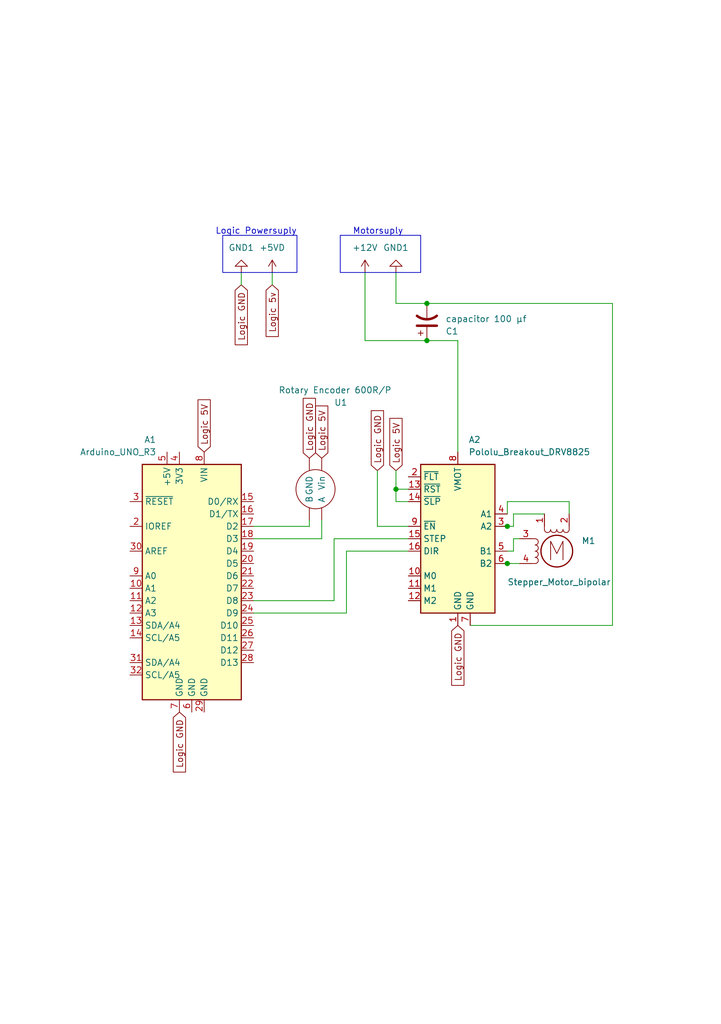
<source format=kicad_sch>
(kicad_sch (version 20230121) (generator eeschema)
  (paper "A5" portrait)
  (title_block (title "Elektrisch schema 1 as") (date "2026-01-08") (rev "2026-01-08") (company "Sens2Sea"))
  (lib_symbols
    (symbol "Device:C_Polarized_US" (pin_numbers hide) (pin_names (offset 0.254) hide)
      (property "Reference" "C" (at 0.635 2.54 0))
      (property "Value" "C_Polarized_US" (at 0.635 -2.54 0))
      (symbol "C_Polarized_US_0_1"
        (polyline (pts (xy -2.032 0.762) (xy 2.032 0.762)) (stroke (width 0.508)))
        (polyline (pts (xy -1.778 2.286) (xy -0.762 2.286)))
        (polyline (pts (xy -1.27 1.778) (xy -1.27 2.794)))
        (arc (start 2.032 -1.27) (mid 0 -0.5572) (end -2.032 -1.27) (stroke (width 0.508)))
      )
      (symbol "C_Polarized_US_1_1"
        (pin passive line (at 0 3.81 270) (length 2.794) (name "~") (number "1"))
        (pin passive line (at 0 -3.81 90) (length 3.302) (name "~") (number "2"))
      )
    )
    (symbol "Driver_Motor:Pololu_Breakout_DRV8825"
      (property "Reference" "A" (at -2.54 16.51 0))
      (property "Value" "Pololu_Breakout_DRV8825" (at -2.54 13.97 0))
      (symbol "Pololu_Breakout_DRV8825_0_1"
        (rectangle (start 7.62 -17.78) (end -7.62 12.7) (stroke (width 0.254)) (fill (type background)))
      )
      (symbol "Pololu_Breakout_DRV8825_1_1"
        (pin power_in line (at 0 -20.32 90) (length 2.54) (name "GND") (number "1"))
        (pin input line (at -10.16 -10.16 0) (length 2.54) (name "M0") (number "10"))
        (pin input line (at -10.16 -12.7 0) (length 2.54) (name "M1") (number "11"))
        (pin input line (at -10.16 -15.24 0) (length 2.54) (name "M2") (number "12"))
        (pin input line (at -10.16 7.62 0) (length 2.54) (name "~{RST}") (number "13"))
        (pin input line (at -10.16 5.08 0) (length 2.54) (name "~{SLP}") (number "14"))
        (pin input line (at -10.16 -2.54 0) (length 2.54) (name "STEP") (number "15"))
        (pin input line (at -10.16 -5.08 0) (length 2.54) (name "DIR") (number "16"))
        (pin output line (at -10.16 10.16 0) (length 2.54) (name "~{FLT}") (number "2"))
        (pin output line (at 10.16 0 180) (length 2.54) (name "A2") (number "3"))
        (pin output line (at 10.16 2.54 180) (length 2.54) (name "A1") (number "4"))
        (pin output line (at 10.16 -5.08 180) (length 2.54) (name "B1") (number "5"))
        (pin output line (at 10.16 -7.62 180) (length 2.54) (name "B2") (number "6"))
        (pin power_in line (at 2.54 -20.32 90) (length 2.54) (name "GND") (number "7"))
        (pin power_in line (at 0 15.24 270) (length 2.54) (name "VMOT") (number "8"))
        (pin input line (at -10.16 0 0) (length 2.54) (name "~{EN}") (number "9"))
      )
    )
    (symbol "MCU_Module:Arduino_UNO_R3"
      (property "Reference" "A" (at -10.16 23.495 0))
      (property "Value" "Arduino_UNO_R3" (at 5.08 -26.67 0))
      (symbol "Arduino_UNO_R3_0_1"
        (rectangle (start -10.16 22.86) (end 10.16 -25.4) (stroke (width 0.254)) (fill (type background)))
      )
      (symbol "Arduino_UNO_R3_1_1"
        (pin no_connect line (at -10.16 -20.32 0) (length 2.54) hide (name "NC") (number "1"))
        (pin bidirectional line (at 12.7 -2.54 180) (length 2.54) (name "A1") (number "10"))
        (pin bidirectional line (at 12.7 -5.08 180) (length 2.54) (name "A2") (number "11"))
        (pin bidirectional line (at 12.7 -7.62 180) (length 2.54) (name "A3") (number "12"))
        (pin bidirectional line (at 12.7 -10.16 180) (length 2.54) (name "SDA/A4") (number "13"))
        (pin bidirectional line (at 12.7 -12.7 180) (length 2.54) (name "SCL/A5") (number "14"))
        (pin bidirectional line (at -12.7 15.24 0) (length 2.54) (name "D0/RX") (number "15"))
        (pin bidirectional line (at -12.7 12.7 0) (length 2.54) (name "D1/TX") (number "16"))
        (pin bidirectional line (at -12.7 10.16 0) (length 2.54) (name "D2") (number "17"))
        (pin bidirectional line (at -12.7 7.62 0) (length 2.54) (name "D3") (number "18"))
        (pin bidirectional line (at -12.7 5.08 0) (length 2.54) (name "D4") (number "19"))
        (pin output line (at 12.7 10.16 180) (length 2.54) (name "IOREF") (number "2"))
        (pin bidirectional line (at -12.7 2.54 0) (length 2.54) (name "D5") (number "20"))
        (pin bidirectional line (at -12.7 0 0) (length 2.54) (name "D6") (number "21"))
        (pin bidirectional line (at -12.7 -2.54 0) (length 2.54) (name "D7") (number "22"))
        (pin bidirectional line (at -12.7 -5.08 0) (length 2.54) (name "D8") (number "23"))
        (pin bidirectional line (at -12.7 -7.62 0) (length 2.54) (name "D9") (number "24"))
        (pin bidirectional line (at -12.7 -10.16 0) (length 2.54) (name "D10") (number "25"))
        (pin bidirectional line (at -12.7 -12.7 0) (length 2.54) (name "D11") (number "26"))
        (pin bidirectional line (at -12.7 -15.24 0) (length 2.54) (name "D12") (number "27"))
        (pin bidirectional line (at -12.7 -17.78 0) (length 2.54) (name "D13") (number "28"))
        (pin power_in line (at -2.54 -27.94 90) (length 2.54) (name "GND") (number "29"))
        (pin input line (at 12.7 15.24 180) (length 2.54) (name "~{RESET}") (number "3"))
        (pin input line (at 12.7 5.08 180) (length 2.54) (name "AREF") (number "30"))
        (pin bidirectional line (at 12.7 -17.78 180) (length 2.54) (name "SDA/A4") (number "31"))
        (pin bidirectional line (at 12.7 -20.32 180) (length 2.54) (name "SCL/A5") (number "32"))
        (pin power_out line (at 2.54 25.4 270) (length 2.54) (name "3V3") (number "4"))
        (pin power_out line (at 5.08 25.4 270) (length 2.54) (name "+5V") (number "5"))
        (pin power_in line (at 0 -27.94 90) (length 2.54) (name "GND") (number "6"))
        (pin power_in line (at 2.54 -27.94 90) (length 2.54) (name "GND") (number "7"))
        (pin power_in line (at -2.54 25.4 270) (length 2.54) (name "VIN") (number "8"))
        (pin bidirectional line (at 12.7 0 180) (length 2.54) (name "A0") (number "9"))
      )
    )
    (symbol "Motor:Stepper_Motor_bipolar" (pin_names (offset 0) hide)
      (property "Reference" "M" (at 3.81 2.54 0))
      (property "Value" "Stepper_Motor_bipolar" (at 3.81 1.27 0))
      (symbol "Stepper_Motor_bipolar_0_0"
        (polyline (pts (xy -1.27 -1.778) (xy -1.27 2.032) (xy 0 -0.508) (xy 1.27 2.032) (xy 1.27 -1.778)))
      )
      (symbol "Stepper_Motor_bipolar_0_1"
        (arc (start -4.445 -2.54) (mid -3.8127 -1.905) (end -4.445 -1.27))
        (arc (start -4.445 -1.27) (mid -3.8127 -0.635) (end -4.445 0))
        (arc (start -4.445 0) (mid -3.8127 0.635) (end -4.445 1.27))
        (arc (start -4.445 1.27) (mid -3.8127 1.905) (end -4.445 2.54))
        (arc (start -2.54 4.445) (mid -1.905 3.8127) (end -1.27 4.445))
        (arc (start -1.27 4.445) (mid -0.635 3.8127) (end 0 4.445))
        (polyline (pts (xy -5.08 -2.54) (xy -4.445 -2.54)))
        (polyline (pts (xy -5.08 2.54) (xy -4.445 2.54)))
        (polyline (pts (xy -2.54 5.08) (xy -2.54 4.445)))
        (polyline (pts (xy 2.54 5.08) (xy 2.54 4.445)))
        (circle (center 0 0) (radius 3.2512) (stroke (width 0.254)))
        (arc (start 0 4.445) (mid 0.635 3.8127) (end 1.27 4.445))
        (arc (start 1.27 4.445) (mid 1.905 3.8127) (end 2.54 4.445))
      )
      (symbol "Stepper_Motor_bipolar_1_1"
        (pin passive line (at -2.54 7.62 270) (length 2.54) (name "~") (number "1"))
        (pin passive line (at 2.54 7.62 270) (length 2.54) (name "-") (number "2"))
        (pin passive line (at -7.62 2.54 0) (length 2.54) (name "~") (number "3"))
        (pin passive line (at -7.62 -2.54 0) (length 2.54) (name "~") (number "4"))
      )
    )
    (symbol "New_Library_0:Rotory_ENcoder" (pin_names (offset 1.016))
      (property "Reference" "U" (at 12.7 -24.13 0))
      (property "Value" "Rotary Encoder 600R/P" (at 5.08 16.51 0))
      (symbol "Rotory_ENcoder_0_1"
        (circle (center -3.81 10.16) (radius 4.0161))
      )
      (symbol "Rotory_ENcoder_1_1"
        (pin output line (at -10.16 11.43 0) (length 2.54) (name "A") (number ""))
        (pin output line (at -10.16 8.89 0) (length 2.54) (name "B") (number ""))
        (pin input line (at 2.54 8.89 180) (length 2.54) (name "GND") (number ""))
        (pin input line (at 2.54 11.43 180) (length 2.54) (name "Vin") (number ""))
      )
    )
    (symbol "power:+12V" (power) (pin_names (offset 0))
      (property "Value" "+12V" (at 0 3.556 0))
      (symbol "+12V_0_1"
        (polyline (pts (xy -0.762 1.27) (xy 0 2.54)))
        (polyline (pts (xy 0 0) (xy 0 2.54)))
        (polyline (pts (xy 0 2.54) (xy 0.762 1.27)))
      )
      (symbol "+12V_1_1"
        (pin power_in line (at 0 0 90) (length 0) hide (name "+12V") (number "1"))
      )
    )
    (symbol "power:+5VD" (power) (pin_names (offset 0))
      (property "Value" "+5VD" (at 0 3.556 0))
      (symbol "+5VD_0_1"
        (polyline (pts (xy -0.762 1.27) (xy 0 2.54)))
        (polyline (pts (xy 0 0) (xy 0 2.54)))
        (polyline (pts (xy 0 2.54) (xy 0.762 1.27)))
      )
      (symbol "+5VD_1_1"
        (pin power_in line (at 0 0 90) (length 0) hide (name "+5VD") (number "1"))
      )
    )
    (symbol "power:GND1" (power) (pin_names (offset 0))
      (property "Value" "GND1" (at 0 -3.81 0))
      (symbol "GND1_0_1"
        (polyline (pts (xy 0 0) (xy 0 -1.27) (xy 1.27 -1.27) (xy 0 -2.54) (xy -1.27 -1.27) (xy 0 -1.27)))
      )
      (symbol "GND1_1_1"
        (pin power_in line (at 0 0 270) (length 0) hide (name "GND1") (number "1"))
      )
    )
  )
  (junction (at 104.14 115.57))
  (junction (at 87.63 69.85))
  (junction (at 87.63 62.23))
  (junction (at 104.14 107.95))
  (junction (at 81.28 100.33))
  (wire (pts (xy 96.52 128.27) (xy 125.73 128.27)))
  (wire (pts (xy 83.82 107.95) (xy 77.47 107.95)))
  (wire (pts (xy 49.53 58.42) (xy 49.53 55.88)))
  (wire (pts (xy 93.98 69.85) (xy 93.98 92.71)))
  (wire (pts (xy 102.87 107.95) (xy 104.14 107.95)))
  (wire (pts (xy 81.28 100.33) (xy 81.28 102.87)))
  (wire (pts (xy 81.28 55.88) (xy 81.28 62.23)))
  (wire (pts (xy 105.41 105.41) (xy 105.41 107.95)))
  (wire (pts (xy 55.88 58.42) (xy 55.88 55.88)))
  (wire (pts (xy 105.41 107.95) (xy 104.14 107.95)))
  (wire (pts (xy 52.07 123.19) (xy 68.58 123.19)))
  (wire (pts (xy 104.14 105.41) (xy 104.14 102.87)))
  (wire (pts (xy 105.41 113.03) (xy 105.41 110.49)))
  (wire (pts (xy 66.04 110.49) (xy 52.07 110.49)))
  (wire (pts (xy 66.04 106.68) (xy 66.04 110.49)))
  (wire (pts (xy 71.12 113.03) (xy 71.12 125.73)))
  (wire (pts (xy 81.28 100.33) (xy 83.82 100.33)))
  (wire (pts (xy 74.93 69.85) (xy 87.63 69.85)))
  (wire (pts (xy 116.84 102.87) (xy 116.84 105.41)))
  (wire (pts (xy 81.28 96.52) (xy 81.28 100.33)))
  (wire (pts (xy 104.14 102.87) (xy 116.84 102.87)))
  (wire (pts (xy 68.58 110.49) (xy 68.58 123.19)))
  (wire (pts (xy 111.76 105.41) (xy 105.41 105.41)))
  (wire (pts (xy 104.14 115.57) (xy 106.68 115.57)))
  (wire (pts (xy 71.12 125.73) (xy 52.07 125.73)))
  (wire (pts (xy 74.93 55.88) (xy 74.93 69.85)))
  (wire (pts (xy 63.5 106.68) (xy 63.5 107.95)))
  (wire (pts (xy 105.41 110.49) (xy 106.68 110.49)))
  (wire (pts (xy 83.82 110.49) (xy 68.58 110.49)))
  (wire (pts (xy 71.12 113.03) (xy 83.82 113.03)))
  (wire (pts (xy 63.5 107.95) (xy 52.07 107.95)))
  (wire (pts (xy 81.28 62.23) (xy 87.63 62.23)))
  (wire (pts (xy 83.82 102.87) (xy 81.28 102.87)))
  (wire (pts (xy 102.87 115.57) (xy 104.14 115.57)))
  (wire (pts (xy 125.73 128.27) (xy 125.73 62.23)))
  (wire (pts (xy 125.73 62.23) (xy 87.63 62.23)))
  (wire (pts (xy 77.47 96.52) (xy 77.47 107.95)))
  (wire (pts (xy 87.63 69.85) (xy 93.98 69.85)))
  (wire (pts (xy 105.41 113.03) (xy 104.14 113.03)))
  (rectangle (start 69.85 48.26) (end 86.36 55.88))
  (rectangle (start 45.72 48.26) (end 60.96 55.88))
  (text "Logic Powersuply\n" (at 60.96 48.26 0) (effects (font (size 1.27 1.27)) (justify right bottom)))
  (text "Motorsuply\n" (at 72.39 48.26 0) (effects (font (size 1.27 1.27)) (justify left bottom)))
  (global_label "Logic 5V" (shape input) (at 81.28 96.52 90) (property "Intersheetrefs" "${INTERSHEET_REFS}" (effects hide)))
  (global_label "Logic GND" (shape input) (at 36.83 146.05 270) (property "Intersheetrefs" "${INTERSHEET_REFS}" (effects hide)))
  (global_label "Logic 5v" (shape input) (at 55.88 58.42 270) (property "Intersheetrefs" "${INTERSHEET_REFS}" (effects hide)))
  (global_label "Logic 5V" (shape input) (at 66.04 93.98 90) (property "Intersheetrefs" "${INTERSHEET_REFS}" (effects hide)))
  (global_label "Logic 5V" (shape input) (at 41.91 92.71 90) (property "Intersheetrefs" "${INTERSHEET_REFS}" (effects hide)))
  (global_label "Logic GND" (shape input) (at 93.98 128.27 270) (property "Intersheetrefs" "${INTERSHEET_REFS}" (effects hide)))
  (global_label "Logic GND" (shape input) (at 49.53 58.42 270) (property "Intersheetrefs" "${INTERSHEET_REFS}" (effects hide)))
  (global_label "Logic GND" (shape input) (at 77.47 96.52 90) (property "Intersheetrefs" "${INTERSHEET_REFS}" (effects hide)))
  (global_label "Logic GND" (shape input) (at 63.5 93.98 90) (property "Intersheetrefs" "${INTERSHEET_REFS}" (effects hide)))
  (symbol (lib_id "MCU_Module:Arduino_UNO_R3") (at 39.37 118.11 0) (mirror y) (unit 1)
    (property "Reference" "A1" (at 32.0959 90.17 0) (effects (justify left)))
    (property "Value" "Arduino_UNO_R3" (at 32.0959 92.71 0) (effects (justify left)))
    (property "Footprint" "Module:Arduino_UNO_R3" (effects hide))
    (property "Datasheet" "https://www.arduino.cc/en/Main/arduinoBoardUno" (effects hide))
  )
  (symbol (lib_id "power:GND1") (at 81.28 55.88 0) (mirror x) (unit 1)
    (property "Reference" "#PWR04" (effects hide))
    (property "Value" "GND1" (at 81.28 50.8 0))
  )
  (symbol (lib_id "Driver_Motor:Pololu_Breakout_DRV8825") (at 93.98 107.95 0) (unit 1)
    (property "Reference" "A2" (at 96.1741 90.17 0) (effects (justify left)))
    (property "Value" "Pololu_Breakout_DRV8825" (at 96.1741 92.71 0) (effects (justify left)))
    (property "Footprint" "Module:Pololu_Breakout-16_15.2x20.3mm" (effects hide))
    (property "Datasheet" "https://www.pololu.com/product/2982" (effects hide))
  )
  (symbol (lib_id "Motor:Stepper_Motor_bipolar") (at 114.3 113.03 0) (unit 1)
    (property "Reference" "M1" (at 119.38 110.9091 0) (effects (justify left)))
    (property "Value" "Stepper_Motor_bipolar" (at 104.14 119.38 0) (effects (justify left)))
    (property "Datasheet" "http://www.infineon.com/dgdl/Application-Note-TLE8110EE_driving_UniPolarStepperMotor_V1.1.pdf?fileId=db3a30431be39b97011be5d0aa0a00b0" (effects hide))
  )
  (symbol (lib_id "power:+5VD") (at 55.88 55.88 0) (unit 1)
    (property "Reference" "#PWR01" (effects hide))
    (property "Value" "+5VD" (at 55.88 50.8 0))
  )
  (symbol (lib_id "power:+12V") (at 74.93 55.88 0) (unit 1)
    (property "Reference" "#PWR02" (effects hide))
    (property "Value" "+12V" (at 74.93 50.8 0))
  )
  (symbol (lib_id "New_Library_0:Rotory_ENcoder") (at 54.61 96.52 270) (mirror x) (unit 1)
    (property "Reference" "U1" (at 68.58 82.55 90) (effects (justify left)))
    (property "Value" "Rotary Encoder 600R/P" (at 57.15 80.01 90) (effects (justify left)))
  )
  (symbol (lib_id "Device:C_Polarized_US") (at 87.63 66.04 0) (mirror x) (unit 1)
    (property "Reference" "C1" (at 91.44 67.945 0) (effects (justify left)))
    (property "Value" "capacitor 100 μf" (at 91.44 65.405 0) (effects (justify left)))
  )
  (symbol (lib_id "power:GND1") (at 49.53 55.88 0) (mirror x) (unit 1)
    (property "Reference" "#PWR03" (effects hide))
    (property "Value" "GND1" (at 49.53 50.8 0))
  )
)
</source>
